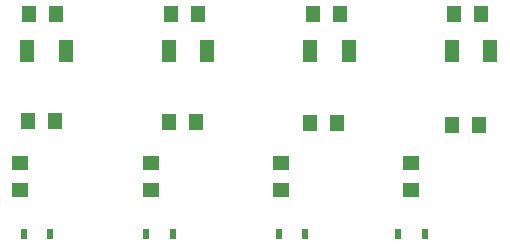
<source format=gbp>
G04*
G04 #@! TF.GenerationSoftware,Altium Limited,Altium Designer,18.1.6 (161)*
G04*
G04 Layer_Color=128*
%FSTAX24Y24*%
%MOIN*%
G70*
G01*
G75*
%ADD28R,0.0500X0.0550*%
%ADD29R,0.0492X0.0728*%
%ADD34R,0.0550X0.0500*%
%ADD35R,0.0246X0.0327*%
D28*
X015273Y017303D02*
D03*
X014373D02*
D03*
X01908Y017274D02*
D03*
X01998D02*
D03*
X029476Y020865D02*
D03*
X028576D02*
D03*
X029409Y017165D02*
D03*
X028509D02*
D03*
X02466Y017224D02*
D03*
X02376D02*
D03*
X024754Y020865D02*
D03*
X023854D02*
D03*
X020032D02*
D03*
X019132D02*
D03*
X015311D02*
D03*
X014411D02*
D03*
D29*
X029783Y019646D02*
D03*
X028504D02*
D03*
X025062D02*
D03*
X023782D02*
D03*
X01906D02*
D03*
X02034D02*
D03*
X014339D02*
D03*
X015618D02*
D03*
D34*
X018458Y015893D02*
D03*
Y014993D02*
D03*
X027146Y015893D02*
D03*
Y014993D02*
D03*
X022802Y015893D02*
D03*
Y014993D02*
D03*
X014114D02*
D03*
Y015893D02*
D03*
D35*
X023614Y013521D02*
D03*
X022738D02*
D03*
X019188D02*
D03*
X018312D02*
D03*
X027593D02*
D03*
X026717D02*
D03*
X015099D02*
D03*
X014223D02*
D03*
M02*

</source>
